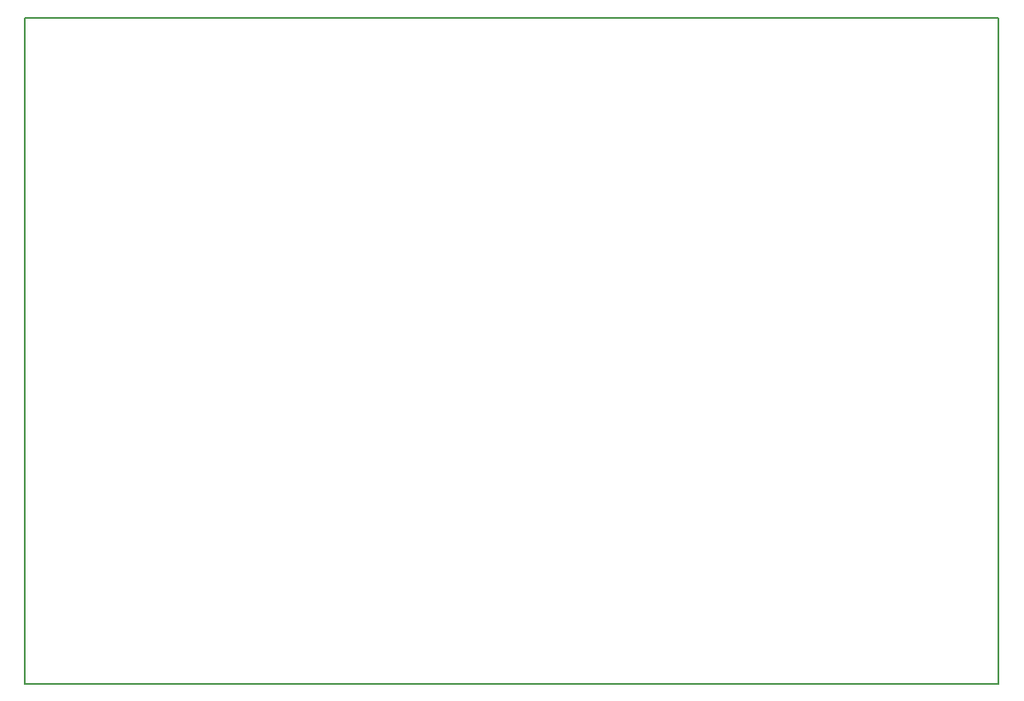
<source format=gm1>
G04 #@! TF.FileFunction,Profile,NP*
%FSLAX46Y46*%
G04 Gerber Fmt 4.6, Leading zero omitted, Abs format (unit mm)*
G04 Created by KiCad (PCBNEW 4.0.4+dfsg1-stable) date Wed Nov 30 20:07:12 2016*
%MOMM*%
%LPD*%
G01*
G04 APERTURE LIST*
%ADD10C,0.100000*%
%ADD11C,0.150000*%
G04 APERTURE END LIST*
D10*
D11*
X176530000Y-144780000D02*
X80010000Y-144780000D01*
X176530000Y-78740000D02*
X176530000Y-144780000D01*
X80010000Y-78740000D02*
X176530000Y-78740000D01*
X80010000Y-144780000D02*
X80010000Y-78740000D01*
M02*

</source>
